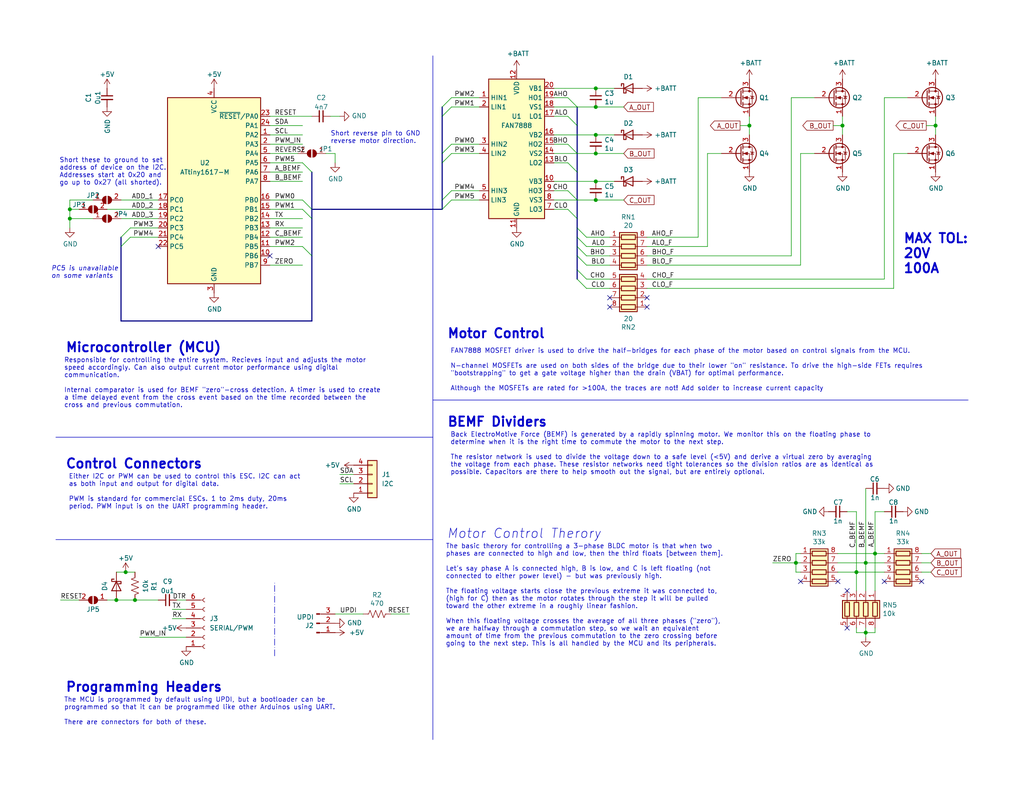
<source format=kicad_sch>
(kicad_sch (version 20230121) (generator eeschema)
  (paper "USLetter")
  (title_block (title "Sensorless BLDC ESC V4") (date "2021-06-28") (rev "4") (company "Savo Bajic") (comment 2 "Controlled primarily by I2C but can run with PWM") (comment 3 "Designed for 10 to 20V input, current up to 100A") (comment 4 "ATtiny1617 based BEMF ESC for BLDC"))
  (lib_symbols
    (symbol "Connector:Conn_01x03_Pin" (pin_names (offset 1.016) hide)
      (property "Reference" "J" (at 0 5.08 0))
      (property "Value" "Conn_01x03_Pin" (at 0 -5.08 0))
      (symbol "Conn_01x03_Pin_1_1"
        (polyline (pts (xy 1.27 -2.54) (xy 0.8636 -2.54)) (stroke (width 0.1524)))
        (polyline (pts (xy 1.27 0) (xy 0.8636 0)) (stroke (width 0.1524)))
        (polyline (pts (xy 1.27 2.54) (xy 0.8636 2.54)) (stroke (width 0.1524)))
        (rectangle (start 0.8636 -2.413) (end 0 -2.667) (stroke (width 0.1524)) (fill (type outline)))
        (rectangle (start 0.8636 0.127) (end 0 -0.127) (stroke (width 0.1524)) (fill (type outline)))
        (rectangle (start 0.8636 2.667) (end 0 2.413) (stroke (width 0.1524)) (fill (type outline)))
        (pin passive line (at 5.08 2.54 180) (length 3.81) (name "Pin_1") (number "1"))
        (pin passive line (at 5.08 0 180) (length 3.81) (name "Pin_2") (number "2"))
        (pin passive line (at 5.08 -2.54 180) (length 3.81) (name "Pin_3") (number "3"))
      )
    )
    (symbol "Connector:Conn_01x06_Socket" (pin_names (offset 1.016) hide)
      (property "Reference" "J" (at 0 7.62 0))
      (property "Value" "Conn_01x06_Socket" (at 0 -10.16 0))
      (symbol "Conn_01x06_Socket_1_1"
        (arc (start 0 -7.112) (mid -0.5058 -7.62) (end 0 -8.128) (stroke (width 0.1524)))
        (arc (start 0 -4.572) (mid -0.5058 -5.08) (end 0 -5.588) (stroke (width 0.1524)))
        (arc (start 0 -2.032) (mid -0.5058 -2.54) (end 0 -3.048) (stroke (width 0.1524)))
        (polyline (pts (xy -1.27 -7.62) (xy -0.508 -7.62)) (stroke (width 0.1524)))
        (polyline (pts (xy -1.27 -5.08) (xy -0.508 -5.08)) (stroke (width 0.1524)))
        (polyline (pts (xy -1.27 -2.54) (xy -0.508 -2.54)) (stroke (width 0.1524)))
        (polyline (pts (xy -1.27 0) (xy -0.508 0)) (stroke (width 0.1524)))
        (polyline (pts (xy -1.27 2.54) (xy -0.508 2.54)) (stroke (width 0.1524)))
        (polyline (pts (xy -1.27 5.08) (xy -0.508 5.08)) (stroke (width 0.1524)))
        (arc (start 0 0.508) (mid -0.5058 0) (end 0 -0.508) (stroke (width 0.1524)))
        (arc (start 0 3.048) (mid -0.5058 2.54) (end 0 2.032) (stroke (width 0.1524)))
        (arc (start 0 5.588) (mid -0.5058 5.08) (end 0 4.572) (stroke (width 0.1524)))
        (pin passive line (at -5.08 5.08 0) (length 3.81) (name "Pin_1") (number "1"))
        (pin passive line (at -5.08 2.54 0) (length 3.81) (name "Pin_2") (number "2"))
        (pin passive line (at -5.08 0 0) (length 3.81) (name "Pin_3") (number "3"))
        (pin passive line (at -5.08 -2.54 0) (length 3.81) (name "Pin_4") (number "4"))
        (pin passive line (at -5.08 -5.08 0) (length 3.81) (name "Pin_5") (number "5"))
        (pin passive line (at -5.08 -7.62 0) (length 3.81) (name "Pin_6") (number "6"))
      )
    )
    (symbol "Connector_Generic:Conn_01x04" (pin_names (offset 1.016) hide)
      (property "Reference" "J" (at 0 5.08 0))
      (property "Value" "Conn_01x04" (at 0 -7.62 0))
      (symbol "Conn_01x04_1_1"
        (rectangle (start -1.27 -4.953) (end 0 -5.207) (stroke (width 0.1524)))
        (rectangle (start -1.27 -2.413) (end 0 -2.667) (stroke (width 0.1524)))
        (rectangle (start -1.27 0.127) (end 0 -0.127) (stroke (width 0.1524)))
        (rectangle (start -1.27 2.667) (end 0 2.413) (stroke (width 0.1524)))
        (rectangle (start -1.27 3.81) (end 1.27 -6.35) (stroke (width 0.254)) (fill (type background)))
        (pin passive line (at -5.08 2.54 0) (length 3.81) (name "Pin_1") (number "1"))
        (pin passive line (at -5.08 0 0) (length 3.81) (name "Pin_2") (number "2"))
        (pin passive line (at -5.08 -2.54 0) (length 3.81) (name "Pin_3") (number "3"))
        (pin passive line (at -5.08 -5.08 0) (length 3.81) (name "Pin_4") (number "4"))
      )
    )
    (symbol "Device:C_Small" (pin_numbers hide) (pin_names (offset 0.254) hide)
      (property "Reference" "C" (at 0.254 1.778 0))
      (property "Value" "C_Small" (at 0.254 -2.032 0))
      (symbol "C_Small_0_1"
        (polyline (pts (xy -1.524 -0.508) (xy 1.524 -0.508)) (stroke (width 0.3302)))
        (polyline (pts (xy -1.524 0.508) (xy 1.524 0.508)) (stroke (width 0.3048)))
      )
      (symbol "C_Small_1_1"
        (pin passive line (at 0 2.54 270) (length 2.032) (name "~") (number "1"))
        (pin passive line (at 0 -2.54 90) (length 2.032) (name "~") (number "2"))
      )
    )
    (symbol "Device:D_Schottky" (pin_numbers hide) (pin_names (offset 1.016) hide)
      (property "Reference" "D" (at 0 2.54 0))
      (property "Value" "D_Schottky" (at 0 -2.54 0))
      (symbol "D_Schottky_0_1"
        (polyline (pts (xy 1.27 0) (xy -1.27 0)))
        (polyline (pts (xy 1.27 1.27) (xy 1.27 -1.27) (xy -1.27 0) (xy 1.27 1.27)) (stroke (width 0.254)))
        (polyline (pts (xy -1.905 0.635) (xy -1.905 1.27) (xy -1.27 1.27) (xy -1.27 -1.27) (xy -0.635 -1.27) (xy -0.635 -0.635)) (stroke (width 0.254)))
      )
      (symbol "D_Schottky_1_1"
        (pin passive line (at -3.81 0 0) (length 2.54) (name "K") (number "1"))
        (pin passive line (at 3.81 0 180) (length 2.54) (name "A") (number "2"))
      )
    )
    (symbol "Device:Q_NMOS_SGD" (pin_names (offset 0) hide)
      (property "Reference" "Q" (at 5.08 1.27 0))
      (property "Value" "Q_NMOS_SGD" (at 5.08 -1.27 0))
      (symbol "Q_NMOS_SGD_0_1"
        (polyline (pts (xy 0.254 0) (xy -2.54 0)))
        (polyline (pts (xy 0.254 1.905) (xy 0.254 -1.905)) (stroke (width 0.254)))
        (polyline (pts (xy 0.762 -1.27) (xy 0.762 -2.286)) (stroke (width 0.254)))
        (polyline (pts (xy 0.762 0.508) (xy 0.762 -0.508)) (stroke (width 0.254)))
        (polyline (pts (xy 0.762 2.286) (xy 0.762 1.27)) (stroke (width 0.254)))
        (polyline (pts (xy 2.54 2.54) (xy 2.54 1.778)))
        (polyline (pts (xy 2.54 -2.54) (xy 2.54 0) (xy 0.762 0)))
        (polyline (pts (xy 0.762 -1.778) (xy 3.302 -1.778) (xy 3.302 1.778) (xy 0.762 1.778)))
        (polyline (pts (xy 1.016 0) (xy 2.032 0.381) (xy 2.032 -0.381) (xy 1.016 0)) (fill (type outline)))
        (polyline (pts (xy 2.794 0.508) (xy 2.921 0.381) (xy 3.683 0.381) (xy 3.81 0.254)))
        (polyline (pts (xy 3.302 0.381) (xy 2.921 -0.254) (xy 3.683 -0.254) (xy 3.302 0.381)))
        (circle (center 1.651 0) (radius 2.794) (stroke (width 0.254)))
        (circle (center 2.54 -1.778) (radius 0.254) (fill (type outline)))
        (circle (center 2.54 1.778) (radius 0.254) (fill (type outline)))
      )
      (symbol "Q_NMOS_SGD_1_1"
        (pin passive line (at 2.54 -5.08 90) (length 2.54) (name "S") (number "1"))
        (pin input line (at -5.08 0 0) (length 5.08) (name "G") (number "2"))
        (pin passive line (at 2.54 5.08 270) (length 2.54) (name "D") (number "3"))
      )
    )
    (symbol "Device:R_Pack04" (pin_names (offset 0) hide)
      (property "Reference" "RN" (at -7.62 0 90))
      (property "Value" "R_Pack04" (at 5.08 0 90))
      (symbol "R_Pack04_0_1"
        (rectangle (start -6.35 -2.413) (end 3.81 2.413) (stroke (width 0.254)) (fill (type background)))
        (rectangle (start -5.715 1.905) (end -4.445 -1.905) (stroke (width 0.254)))
        (rectangle (start -3.175 1.905) (end -1.905 -1.905) (stroke (width 0.254)))
        (rectangle (start -0.635 1.905) (end 0.635 -1.905) (stroke (width 0.254)))
        (polyline (pts (xy -5.08 -2.54) (xy -5.08 -1.905)))
        (polyline (pts (xy -5.08 1.905) (xy -5.08 2.54)))
        (polyline (pts (xy -2.54 -2.54) (xy -2.54 -1.905)))
        (polyline (pts (xy -2.54 1.905) (xy -2.54 2.54)))
        (polyline (pts (xy 0 -2.54) (xy 0 -1.905)))
        (polyline (pts (xy 0 1.905) (xy 0 2.54)))
        (polyline (pts (xy 2.54 -2.54) (xy 2.54 -1.905)))
        (polyline (pts (xy 2.54 1.905) (xy 2.54 2.54)))
        (rectangle (start 1.905 1.905) (end 3.175 -1.905) (stroke (width 0.254)))
      )
      (symbol "R_Pack04_1_1"
        (pin passive line (at -5.08 -5.08 90) (length 2.54) (name "R1.1") (number "1"))
        (pin passive line (at -2.54 -5.08 90) (length 2.54) (name "R2.1") (number "2"))
        (pin passive line (at 0 -5.08 90) (length 2.54) (name "R3.1") (number "3"))
        (pin passive line (at 2.54 -5.08 90) (length 2.54) (name "R4.1") (number "4"))
        (pin passive line (at 2.54 5.08 270) (length 2.54) (name "R4.2") (number "5"))
        (pin passive line (at 0 5.08 270) (length 2.54) (name "R3.2") (number "6"))
        (pin passive line (at -2.54 5.08 270) (length 2.54) (name "R2.2") (number "7"))
        (pin passive line (at -5.08 5.08 270) (length 2.54) (name "R1.2") (number "8"))
      )
    )
    (symbol "Device:R_US" (pin_numbers hide) (pin_names (offset 0))
      (property "Reference" "R" (at 2.54 0 90))
      (property "Value" "R_US" (at -2.54 0 90))
      (symbol "R_US_0_1"
        (polyline (pts (xy 0 -2.286) (xy 0 -2.54)))
        (polyline (pts (xy 0 2.286) (xy 0 2.54)))
        (polyline (pts (xy 0 -0.762) (xy 1.016 -1.143) (xy 0 -1.524) (xy -1.016 -1.905) (xy 0 -2.286)))
        (polyline (pts (xy 0 0.762) (xy 1.016 0.381) (xy 0 0) (xy -1.016 -0.381) (xy 0 -0.762)))
        (polyline (pts (xy 0 2.286) (xy 1.016 1.905) (xy 0 1.524) (xy -1.016 1.143) (xy 0 0.762)))
      )
      (symbol "R_US_1_1"
        (pin passive line (at 0 3.81 270) (length 1.27) (name "~") (number "1"))
        (pin passive line (at 0 -3.81 90) (length 1.27) (name "~") (number "2"))
      )
    )
    (symbol "Driver_FET:FAN7888"
      (property "Reference" "U" (at -2.54 24.13 0))
      (property "Value" "FAN7888" (at -2.54 21.59 0))
      (symbol "FAN7888_0_1"
        (rectangle (start -7.62 20.32) (end 7.62 -17.78) (stroke (width 0.254)) (fill (type background)))
      )
      (symbol "FAN7888_1_1"
        (pin input line (at -10.16 15.24 0) (length 2.54) (name "HIN1") (number "1"))
        (pin passive line (at 10.16 -7.62 180) (length 2.54) (name "VB3") (number "10"))
        (pin power_in line (at 0 -20.32 90) (length 2.54) (name "GND") (number "11"))
        (pin power_in line (at 0 22.86 270) (length 2.54) (name "VDD") (number "12"))
        (pin output line (at 10.16 -2.54 180) (length 2.54) (name "LO2") (number "13"))
        (pin passive line (at 10.16 0 180) (length 2.54) (name "VS2") (number "14"))
        (pin output line (at 10.16 2.54 180) (length 2.54) (name "HO2") (number "15"))
        (pin passive line (at 10.16 5.08 180) (length 2.54) (name "VB2") (number "16"))
        (pin output line (at 10.16 10.16 180) (length 2.54) (name "LO1") (number "17"))
        (pin passive line (at 10.16 12.7 180) (length 2.54) (name "VS1") (number "18"))
        (pin output line (at 10.16 15.24 180) (length 2.54) (name "HO1") (number "19"))
        (pin input line (at -10.16 12.7 0) (length 2.54) (name "LIN1") (number "2"))
        (pin passive line (at 10.16 17.78 180) (length 2.54) (name "VB1") (number "20"))
        (pin input line (at -10.16 2.54 0) (length 2.54) (name "HIN2") (number "3"))
        (pin input line (at -10.16 0 0) (length 2.54) (name "LIN2") (number "4"))
        (pin input line (at -10.16 -10.16 0) (length 2.54) (name "HIN3") (number "5"))
        (pin input line (at -10.16 -12.7 0) (length 2.54) (name "LIN3") (number "6"))
        (pin output line (at 10.16 -15.24 180) (length 2.54) (name "LO3") (number "7"))
        (pin passive line (at 10.16 -12.7 180) (length 2.54) (name "VS3") (number "8"))
        (pin output line (at 10.16 -10.16 180) (length 2.54) (name "HO3") (number "9"))
      )
    )
    (symbol "Jumper:SolderJumper_2_Open" (pin_names (offset 0) hide)
      (property "Reference" "JP" (at 0 2.032 0))
      (property "Value" "SolderJumper_2_Open" (at 0 -2.54 0))
      (symbol "SolderJumper_2_Open_0_1"
        (arc (start -0.254 1.016) (mid -1.2656 0) (end -0.254 -1.016))
        (arc (start -0.254 1.016) (mid -1.2656 0) (end -0.254 -1.016) (fill (type outline)))
        (polyline (pts (xy -0.254 1.016) (xy -0.254 -1.016)))
        (polyline (pts (xy 0.254 1.016) (xy 0.254 -1.016)))
        (arc (start 0.254 -1.016) (mid 1.2656 0) (end 0.254 1.016))
        (arc (start 0.254 -1.016) (mid 1.2656 0) (end 0.254 1.016) (fill (type outline)))
      )
      (symbol "SolderJumper_2_Open_1_1"
        (pin passive line (at -3.81 0 0) (length 2.54) (name "A") (number "1"))
        (pin passive line (at 3.81 0 180) (length 2.54) (name "B") (number "2"))
      )
    )
    (symbol "MCU_Microchip_ATtiny:ATtiny1617-M"
      (property "Reference" "U" (at -12.7 26.67 0))
      (property "Value" "ATtiny1617-M" (at 2.54 -26.67 0))
      (symbol "ATtiny1617-M_0_1"
        (rectangle (start -12.7 -25.4) (end 12.7 25.4) (stroke (width 0.254)) (fill (type background)))
      )
      (symbol "ATtiny1617-M_1_1"
        (pin bidirectional line (at 15.24 15.24 180) (length 2.54) (name "PA2") (number "1"))
        (pin bidirectional line (at 15.24 -17.78 180) (length 2.54) (name "PB6") (number "10"))
        (pin bidirectional line (at 15.24 -15.24 180) (length 2.54) (name "PB5") (number "11"))
        (pin bidirectional line (at 15.24 -12.7 180) (length 2.54) (name "PB4") (number "12"))
        (pin bidirectional line (at 15.24 -10.16 180) (length 2.54) (name "PB3") (number "13"))
        (pin bidirectional line (at 15.24 -7.62 180) (length 2.54) (name "PB2") (number "14"))
        (pin bidirectional line (at 15.24 -5.08 180) (length 2.54) (name "PB1") (number "15"))
        (pin bidirectional line (at 15.24 -2.54 180) (length 2.54) (name "PB0") (number "16"))
        (pin bidirectional line (at -15.24 -2.54 0) (length 2.54) (name "PC0") (number "17"))
        (pin bidirectional line (at -15.24 -5.08 0) (length 2.54) (name "PC1") (number "18"))
        (pin bidirectional line (at -15.24 -7.62 0) (length 2.54) (name "PC2") (number "19"))
        (pin bidirectional line (at 15.24 12.7 180) (length 2.54) (name "PA3") (number "2"))
        (pin bidirectional line (at -15.24 -10.16 0) (length 2.54) (name "PC3") (number "20"))
        (pin bidirectional line (at -15.24 -12.7 0) (length 2.54) (name "PC4") (number "21"))
        (pin bidirectional line (at -15.24 -15.24 0) (length 2.54) (name "PC5") (number "22"))
        (pin bidirectional line (at 15.24 20.32 180) (length 2.54) (name "~{RESET}/PA0") (number "23"))
        (pin bidirectional line (at 15.24 17.78 180) (length 2.54) (name "PA1") (number "24"))
        (pin passive line (at 0 -27.94 90) (length 2.54) hide (name "GND") (number "25"))
        (pin power_in line (at 0 -27.94 90) (length 2.54) (name "GND") (number "3"))
        (pin power_in line (at 0 27.94 270) (length 2.54) (name "VCC") (number "4"))
        (pin bidirectional line (at 15.24 10.16 180) (length 2.54) (name "PA4") (number "5"))
        (pin bidirectional line (at 15.24 7.62 180) (length 2.54) (name "PA5") (number "6"))
        (pin bidirectional line (at 15.24 5.08 180) (length 2.54) (name "PA6") (number "7"))
        (pin bidirectional line (at 15.24 2.54 180) (length 2.54) (name "PA7") (number "8"))
        (pin bidirectional line (at 15.24 -20.32 180) (length 2.54) (name "PB7") (number "9"))
      )
    )
    (symbol "power:+5V" (power) (pin_names (offset 0))
      (property "Value" "+5V" (at 0 3.556 0))
      (symbol "+5V_0_1"
        (polyline (pts (xy -0.762 1.27) (xy 0 2.54)))
        (polyline (pts (xy 0 0) (xy 0 2.54)))
        (polyline (pts (xy 0 2.54) (xy 0.762 1.27)))
      )
      (symbol "+5V_1_1"
        (pin power_in line (at 0 0 90) (length 0) hide (name "+5V") (number "1"))
      )
    )
    (symbol "power:+BATT" (power) (pin_names (offset 0))
      (property "Value" "+BATT" (at 0 3.556 0))
      (symbol "+BATT_0_1"
        (polyline (pts (xy -0.762 1.27) (xy 0 2.54)))
        (polyline (pts (xy 0 0) (xy 0 2.54)))
        (polyline (pts (xy 0 2.54) (xy 0.762 1.27)))
      )
      (symbol "+BATT_1_1"
        (pin power_in line (at 0 0 90) (length 0) hide (name "+BATT") (number "1"))
      )
    )
    (symbol "power:GND" (power) (pin_names (offset 0))
      (property "Value" "GND" (at 0 -3.81 0))
      (symbol "GND_0_1"
        (polyline (pts (xy 0 0) (xy 0 -1.27) (xy 1.27 -1.27) (xy 0 -2.54) (xy -1.27 -1.27) (xy 0 -1.27)))
      )
      (symbol "GND_1_1"
        (pin power_in line (at 0 0 270) (length 0) hide (name "GND") (number "1"))
      )
    )
  )
  (junction (at 238.76 151.13))
  (junction (at 34.29 156.21))
  (junction (at 162.56 49.53))
  (junction (at 36.83 163.83))
  (junction (at 255.27 34.29))
  (junction (at 162.56 41.91))
  (junction (at 31.75 163.83))
  (junction (at 19.05 59.69))
  (junction (at 236.22 172.72))
  (junction (at 217.17 153.67))
  (junction (at 162.56 29.21))
  (junction (at 19.05 57.15))
  (junction (at 204.47 34.29))
  (junction (at 236.22 153.67))
  (junction (at 229.87 34.29))
  (junction (at 233.68 156.21))
  (junction (at 162.56 24.13))
  (junction (at 162.56 36.83))
  (junction (at 162.56 54.61))
  (no_connect (at 176.53 81.28))
  (no_connect (at 43.18 67.31))
  (no_connect (at 73.66 69.85))
  (no_connect (at 231.14 161.29))
  (no_connect (at 218.44 158.75))
  (no_connect (at 166.37 81.28))
  (no_connect (at 228.6 158.75))
  (no_connect (at 251.46 158.75))
  (no_connect (at 241.3 158.75))
  (no_connect (at 231.14 171.45))
  (no_connect (at 176.53 83.82))
  (no_connect (at 166.37 83.82))
  (bus_entry (at 123.19 54.61) (size -2.54 2.54))
  (bus_entry (at 123.19 26.67) (size -2.54 2.54))
  (bus_entry (at 157.48 73.66) (size 2.54 2.54))
  (bus_entry (at 123.19 41.91) (size -2.54 2.54))
  (bus_entry (at 82.55 54.61) (size 2.54 2.54))
  (bus_entry (at 82.55 57.15) (size 2.54 2.54))
  (bus_entry (at 154.94 39.37) (size 2.54 2.54))
  (bus_entry (at 154.94 57.15) (size 2.54 2.54))
  (bus_entry (at 154.94 26.67) (size 2.54 2.54))
  (bus_entry (at 157.48 76.2) (size 2.54 2.54))
  (bus_entry (at 157.48 62.23) (size 2.54 2.54))
  (bus_entry (at 123.19 39.37) (size -2.54 2.54))
  (bus_entry (at 123.19 29.21) (size -2.54 2.54))
  (bus_entry (at 157.48 64.77) (size 2.54 2.54))
  (bus_entry (at 123.19 52.07) (size -2.54 2.54))
  (bus_entry (at 154.94 52.07) (size 2.54 2.54))
  (bus_entry (at 157.48 69.85) (size 2.54 2.54))
  (bus_entry (at 157.48 67.31) (size 2.54 2.54))
  (bus_entry (at 35.56 62.23) (size -2.54 2.54))
  (bus_entry (at 82.55 44.45) (size 2.54 2.54))
  (bus_entry (at 154.94 44.45) (size 2.54 2.54))
  (bus_entry (at 154.94 31.75) (size 2.54 2.54))
  (bus_entry (at 35.56 64.77) (size -2.54 2.54))
  (bus_entry (at 82.55 67.31) (size 2.54 2.54))
  (wire (pts (xy 29.21 57.15) (xy 43.18 57.15)))
  (wire (pts (xy 35.56 62.23) (xy 43.18 62.23)))
  (wire (pts (xy 162.56 36.83) (xy 167.64 36.83)))
  (bus (pts (xy 157.48 46.99) (xy 157.48 54.61)))
  (wire (pts (xy 151.13 49.53) (xy 162.56 49.53)))
  (wire (pts (xy 38.1 173.99) (xy 50.8 173.99)))
  (wire (pts (xy 238.76 139.7) (xy 241.3 139.7)))
  (wire (pts (xy 162.56 41.91) (xy 170.18 41.91)))
  (wire (pts (xy 236.22 172.72) (xy 238.76 172.72)))
  (bus (pts (xy 157.48 41.91) (xy 157.48 46.99)))
  (wire (pts (xy 157.48 29.21) (xy 162.56 29.21)))
  (wire (pts (xy 157.48 41.91) (xy 162.56 41.91)))
  (wire (pts (xy 210.82 153.67) (xy 217.17 153.67)))
  (bus (pts (xy 157.48 29.21) (xy 157.48 34.29)))
  (wire (pts (xy 91.44 44.45) (xy 91.44 41.91)))
  (wire (pts (xy 241.3 26.67) (xy 241.3 76.2)))
  (wire (pts (xy 167.64 24.13) (xy 162.56 24.13)))
  (wire (pts (xy 238.76 161.29) (xy 238.76 151.13)))
  (wire (pts (xy 228.6 151.13) (xy 238.76 151.13)))
  (wire (pts (xy 236.22 153.67) (xy 241.3 153.67)))
  (wire (pts (xy 123.19 29.21) (xy 130.81 29.21)))
  (wire (pts (xy 238.76 151.13) (xy 241.3 151.13)))
  (wire (pts (xy 255.27 31.75) (xy 255.27 34.29)))
  (wire (pts (xy 82.55 49.53) (xy 73.66 49.53)))
  (wire (pts (xy 81.28 41.91) (xy 73.66 41.91)))
  (wire (pts (xy 151.13 52.07) (xy 154.94 52.07)))
  (wire (pts (xy 167.64 49.53) (xy 162.56 49.53)))
  (wire (pts (xy 151.13 41.91) (xy 157.48 41.91)))
  (polyline (pts (xy 118.11 15.24) (xy 118.11 201.93)))
  (wire (pts (xy 204.47 31.75) (xy 204.47 34.29)))
  (wire (pts (xy 241.3 76.2) (xy 176.53 76.2)))
  (wire (pts (xy 176.53 78.74) (xy 243.84 78.74)))
  (wire (pts (xy 160.02 72.39) (xy 166.37 72.39)))
  (bus (pts (xy 33.02 87.63) (xy 85.09 87.63)))
  (polyline (pts (xy 74.93 179.07) (xy 74.93 158.75)) (stroke (width 0) (type dash_dot)))
  (wire (pts (xy 236.22 153.67) (xy 236.22 161.29)))
  (wire (pts (xy 190.5 64.77) (xy 190.5 26.67)))
  (wire (pts (xy 154.94 39.37) (xy 151.13 39.37)))
  (wire (pts (xy 82.55 46.99) (xy 73.66 46.99)))
  (wire (pts (xy 154.94 26.67) (xy 151.13 26.67)))
  (bus (pts (xy 157.48 34.29) (xy 157.48 41.91)))
  (wire (pts (xy 21.59 163.83) (xy 16.51 163.83)))
  (wire (pts (xy 241.3 26.67) (xy 247.65 26.67)))
  (wire (pts (xy 35.56 64.77) (xy 43.18 64.77)))
  (wire (pts (xy 82.55 34.29) (xy 73.66 34.29)))
  (wire (pts (xy 46.99 166.37) (xy 50.8 166.37)))
  (wire (pts (xy 160.02 67.31) (xy 166.37 67.31)))
  (wire (pts (xy 215.9 69.85) (xy 176.53 69.85)))
  (wire (pts (xy 123.19 39.37) (xy 130.81 39.37)))
  (wire (pts (xy 31.75 163.83) (xy 29.21 163.83)))
  (bus (pts (xy 85.09 57.15) (xy 85.09 59.69)))
  (bus (pts (xy 120.65 54.61) (xy 120.65 57.15)))
  (wire (pts (xy 176.53 64.77) (xy 190.5 64.77)))
  (bus (pts (xy 85.09 57.15) (xy 85.09 46.99)))
  (bus (pts (xy 120.65 44.45) (xy 120.65 54.61)))
  (polyline (pts (xy 15.24 147.32) (xy 118.11 147.32)))
  (wire (pts (xy 21.59 57.15) (xy 19.05 57.15)))
  (wire (pts (xy 123.19 52.07) (xy 130.81 52.07)))
  (wire (pts (xy 160.02 69.85) (xy 166.37 69.85)))
  (wire (pts (xy 227.33 34.29) (xy 229.87 34.29)))
  (bus (pts (xy 120.65 31.75) (xy 120.65 41.91)))
  (wire (pts (xy 73.66 31.75) (xy 85.09 31.75)))
  (wire (pts (xy 73.66 72.39) (xy 82.55 72.39)))
  (wire (pts (xy 217.17 151.13) (xy 218.44 151.13)))
  (wire (pts (xy 82.55 64.77) (xy 73.66 64.77)))
  (wire (pts (xy 82.55 59.69) (xy 73.66 59.69)))
  (wire (pts (xy 193.04 67.31) (xy 176.53 67.31)))
  (wire (pts (xy 193.04 41.91) (xy 193.04 67.31)))
  (wire (pts (xy 99.06 167.64) (xy 91.44 167.64)))
  (wire (pts (xy 154.94 31.75) (xy 151.13 31.75)))
  (wire (pts (xy 243.84 41.91) (xy 247.65 41.91)))
  (bus (pts (xy 33.02 64.77) (xy 33.02 67.31)))
  (wire (pts (xy 25.4 59.69) (xy 19.05 59.69)))
  (wire (pts (xy 193.04 41.91) (xy 196.85 41.91)))
  (bus (pts (xy 120.65 29.21) (xy 120.65 31.75)))
  (wire (pts (xy 233.68 156.21) (xy 241.3 156.21)))
  (wire (pts (xy 236.22 133.35) (xy 236.22 153.67)))
  (bus (pts (xy 157.48 62.23) (xy 157.48 64.77)))
  (wire (pts (xy 217.17 153.67) (xy 217.17 151.13)))
  (wire (pts (xy 123.19 41.91) (xy 130.81 41.91)))
  (wire (pts (xy 238.76 172.72) (xy 238.76 171.45)))
  (wire (pts (xy 160.02 78.74) (xy 166.37 78.74)))
  (wire (pts (xy 218.44 153.67) (xy 217.17 153.67)))
  (wire (pts (xy 19.05 57.15) (xy 19.05 54.61)))
  (wire (pts (xy 233.68 172.72) (xy 233.68 171.45)))
  (wire (pts (xy 151.13 24.13) (xy 162.56 24.13)))
  (wire (pts (xy 82.55 36.83) (xy 73.66 36.83)))
  (wire (pts (xy 50.8 163.83) (xy 48.26 163.83)))
  (wire (pts (xy 123.19 54.61) (xy 130.81 54.61)))
  (wire (pts (xy 217.17 153.67) (xy 217.17 156.21)))
  (wire (pts (xy 92.71 129.54) (xy 96.52 129.54)))
  (bus (pts (xy 85.09 59.69) (xy 85.09 69.85)))
  (wire (pts (xy 229.87 34.29) (xy 229.87 36.83)))
  (wire (pts (xy 90.17 31.75) (xy 92.71 31.75)))
  (wire (pts (xy 233.68 139.7) (xy 233.68 156.21)))
  (bus (pts (xy 85.09 69.85) (xy 85.09 87.63)))
  (wire (pts (xy 252.73 34.29) (xy 255.27 34.29)))
  (wire (pts (xy 43.18 163.83) (xy 36.83 163.83)))
  (wire (pts (xy 82.55 62.23) (xy 73.66 62.23)))
  (wire (pts (xy 160.02 64.77) (xy 166.37 64.77)))
  (wire (pts (xy 201.93 34.29) (xy 204.47 34.29)))
  (wire (pts (xy 218.44 72.39) (xy 218.44 41.91)))
  (wire (pts (xy 251.46 151.13) (xy 254 151.13)))
  (wire (pts (xy 19.05 59.69) (xy 19.05 57.15)))
  (wire (pts (xy 33.02 59.69) (xy 43.18 59.69)))
  (wire (pts (xy 228.6 156.21) (xy 233.68 156.21)))
  (wire (pts (xy 151.13 36.83) (xy 162.56 36.83)))
  (wire (pts (xy 162.56 54.61) (xy 170.18 54.61)))
  (wire (pts (xy 236.22 172.72) (xy 236.22 171.45)))
  (wire (pts (xy 111.76 167.64) (xy 106.68 167.64)))
  (wire (pts (xy 151.13 54.61) (xy 157.48 54.61)))
  (bus (pts (xy 33.02 67.31) (xy 33.02 87.63)))
  (wire (pts (xy 36.83 163.83) (xy 31.75 163.83)))
  (bus (pts (xy 157.48 59.69) (xy 157.48 62.23)))
  (wire (pts (xy 217.17 156.21) (xy 218.44 156.21)))
  (wire (pts (xy 228.6 153.67) (xy 236.22 153.67)))
  (wire (pts (xy 162.56 29.21) (xy 170.18 29.21)))
  (wire (pts (xy 255.27 34.29) (xy 255.27 36.83)))
  (wire (pts (xy 31.75 156.21) (xy 34.29 156.21)))
  (polyline (pts (xy 15.24 119.38) (xy 118.11 119.38)))
  (wire (pts (xy 236.22 173.99) (xy 236.22 172.72)))
  (wire (pts (xy 82.55 54.61) (xy 73.66 54.61)))
  (wire (pts (xy 215.9 26.67) (xy 215.9 69.85)))
  (wire (pts (xy 218.44 41.91) (xy 222.25 41.91)))
  (wire (pts (xy 190.5 26.67) (xy 196.85 26.67)))
  (wire (pts (xy 243.84 78.74) (xy 243.84 41.91)))
  (wire (pts (xy 204.47 34.29) (xy 204.47 36.83)))
  (wire (pts (xy 82.55 67.31) (xy 73.66 67.31)))
  (bus (pts (xy 85.09 57.15) (xy 120.65 57.15)))
  (wire (pts (xy 233.68 161.29) (xy 233.68 156.21)))
  (bus (pts (xy 157.48 54.61) (xy 157.48 59.69)))
  (wire (pts (xy 215.9 26.67) (xy 222.25 26.67)))
  (wire (pts (xy 151.13 29.21) (xy 157.48 29.21)))
  (wire (pts (xy 91.44 41.91) (xy 88.9 41.91)))
  (wire (pts (xy 157.48 54.61) (xy 162.56 54.61)))
  (wire (pts (xy 82.55 39.37) (xy 73.66 39.37)))
  (bus (pts (xy 157.48 73.66) (xy 157.48 76.2)))
  (wire (pts (xy 231.14 139.7) (xy 233.68 139.7)))
  (wire (pts (xy 34.29 156.21) (xy 36.83 156.21)))
  (wire (pts (xy 238.76 139.7) (xy 238.76 151.13)))
  (wire (pts (xy 46.99 168.91) (xy 50.8 168.91)))
  (wire (pts (xy 82.55 44.45) (xy 73.66 44.45)))
  (wire (pts (xy 176.53 72.39) (xy 218.44 72.39)))
  (wire (pts (xy 229.87 31.75) (xy 229.87 34.29)))
  (wire (pts (xy 154.94 44.45) (xy 151.13 44.45)))
  (wire (pts (xy 160.02 76.2) (xy 166.37 76.2)))
  (wire (pts (xy 251.46 153.67) (xy 254 153.67)))
  (wire (pts (xy 92.71 132.08) (xy 96.52 132.08)))
  (wire (pts (xy 251.46 156.21) (xy 254 156.21)))
  (wire (pts (xy 154.94 57.15) (xy 151.13 57.15)))
  (wire (pts (xy 82.55 57.15) (xy 73.66 57.15)))
  (bus (pts (xy 120.65 41.91) (xy 120.65 44.45)))
  (bus (pts (xy 157.48 69.85) (xy 157.48 73.66)))
  (wire (pts (xy 236.22 172.72) (xy 233.68 172.72)))
  (wire (pts (xy 19.05 54.61) (xy 25.4 54.61)))
  (wire (pts (xy 123.19 26.67) (xy 130.81 26.67)))
  (polyline (pts (xy 118.11 109.22) (xy 264.16 109.22)))
  (wire (pts (xy 19.05 62.23) (xy 19.05 59.69)))
  (wire (pts (xy 33.02 54.61) (xy 43.18 54.61)))
  (bus (pts (xy 157.48 67.31) (xy 157.48 69.85)))
  (bus (pts (xy 157.48 64.77) (xy 157.48 67.31)))
  (text_box "Back ElectroMotive Force (BEMF) is generated by a rapidly spinning motor. We monitor this on the floating phase to determine when it is the right time to commute the motor to the next step.\n\nThe resistor network is used to divide the voltage down to a safe level (<5V) and derive a virtual zero by averaging the voltage from each phase. These resistor networks need tight tolerances so the division ratios are as identical as possible. Capacitors are there to help smooth out the signal, but are entirely optional." (at 121.92 116.84 0) (size 118.11 15.24) (stroke (width -0.0001)) (effects (font (size 1.27 1.27)) (justify left top)))
  (text_box "The basic therory for controlling a 3-phase BLDC motor is that when two phases are connected to high and low, then the third floats [between them].\n\nLet's say phase A is connected high, B is low, and C is left floating (not connected to either power level) - but was previously high.\n\nThe floating voltage starts close the previous extreme it was connected to, \n(high for C) then as the motor rotates through the step it will be pulled toward the other extreme in a roughly linear fashion.\n\nWhen this floating voltage crosses the average of all three phases (\"zero\"), we are halfway through a commutation step, so we wait an equivalent amount of time from the previous commutation to the zero crossing before going to the next step. This is all handled by the MCU and its peripherals." (at 120.65 147.32 0) (size 78.74 30.48) (stroke (width -0.0001)) (effects (font (size 1.27 1.27)) (justify left top)))
  (text_box "FAN7888 MOSFET driver is used to drive the half-bridges for each phase of the motor based on control signals from the MCU.\n\nN-channel MOSFETs are used on both sides of the bridge due to their lower \"on\" resistance. To drive the high-side FETs requires \"bootstrapping\" to get a gate voltage higher than the drain (VBAT) for optimal performance.\n\nAlthough the MOSFETs are rated for >100A, the traces are not! Add solder to increase current capacity" (at 121.92 93.98 0) (size 142.24 12.7) (stroke (width -0.0001)) (effects (font (size 1.27 1.27)) (justify left top)))
  (text_box "Either I2C or PWM can be used to control this ESC. I2C can act as both input and output for digital data.\n\nPWM is standard for commercial ESCs. 1 to 2ms duty, 20ms period. PWM input is on the UART programming header." (at 17.78 128.27 0) (size 67.31 13.97) (stroke (width -0.0001)) (effects (font (size 1.27 1.27)) (justify left top)))
  (text_box "The MCU is programmed by default using UPDI, but a bootloader can be programmed so that it can be programmed like other Arduinos using UART.\n\nThere are connectors for both of these." (at 16.51 189.23 0) (size 76.2 11.43) (stroke (width -0.0001)) (effects (font (size 1.27 1.27)) (justify left top)))
  (text_box "Responsible for controlling the entire system. Recieves input and adjusts the motor speed accordingly. Can also output current motor performance using digital communication.\n\nInternal comparator is used for BEMF \"zero\"-cross detection. A timer is used to create a time delayed event from the cross event based on the time recorded between the cross and previous commutation." (at 16.51 96.52 0) (size 88.9 19.05) (stroke (width -0.0001)) (effects (font (size 1.27 1.27)) (justify left top)))
  (text_box "Short these to ground to set address of device on the I2C. Addresses start at 0x20 and go up to 0x27 (all shorted)." (at 15.24 41.91 0) (size 31.75 12.7) (stroke (width -0.0001)) (effects (font (size 1.27 1.27)) (justify left top)))
  (text "Microcontroller (MCU)" (at 17.78 96.52 0) (effects (font (size 2.54 2.54) (thickness 0.508) bold) (justify left bottom)))
  (text "MAX TOL:\n20V\n100A" (at 246.38 74.93 0) (effects (font (size 2.54 2.54) (thickness 0.508) bold) (justify left bottom)))
  (text "Motor Control Therory" (at 121.92 147.32 0) (effects (font (size 2.54 2.54) italic) (justify left bottom)))
  (text "PC5 is unavailable\non some variants" (at 13.97 76.2 0) (effects (font (size 1.27 1.27) italic) (justify left bottom)))
  (text "Control Connectors" (at 17.78 128.27 0) (effects (font (size 2.54 2.54) (thickness 0.508) bold) (justify left bottom)))
  (text "Programming Headers" (at 17.78 189.23 0) (effects (font (size 2.54 2.54) (thickness 0.508) bold) (justify left bottom)))
  (text "Short reverse pin to GND\nreverse motor direction." (at 90.17 39.37 0) (effects (font (size 1.27 1.27)) (justify left bottom)))
  (text "Motor Control" (at 121.92 92.71 0) (effects (font (size 2.54 2.54) (thickness 0.508) bold) (justify left bottom)))
  (text "BEMF Dividers" (at 121.92 116.84 0) (effects (font (size 2.54 2.54) (thickness 0.508) bold) (justify left bottom)))
  (label "TX" (at 46.99 166.37 0))
  (label "SDA" (at 74.93 34.29 0))
  (label "RX" (at 74.93 62.23 0))
  (label "PWM0" (at 74.93 54.61 0))
  (label "PWM1" (at 129.54 29.21 180))
  (label "PWM4" (at 129.54 52.07 180))
  (label "BLO" (at 154.94 44.45 180))
  (label "PWM5" (at 74.93 44.45 0))
  (label "C_BEMF" (at 233.68 142.24 270))
  (label "PWM_IN" (at 38.1 173.99 0))
  (label "ZERO" (at 210.82 153.67 0))
  (label "ALO" (at 154.94 31.75 180))
  (label "BHO" (at 154.94 39.37 180))
  (label "SCL" (at 74.93 36.83 0))
  (label "ALO_F" (at 177.8 67.31 0))
  (label "TX" (at 74.93 59.69 0))
  (label "PWM1" (at 74.93 57.15 0))
  (label "PWM4" (at 41.91 64.77 180))
  (label "B_BEMF" (at 236.22 142.24 270))
  (label "CLO" (at 165.1 78.74 180))
  (label "PWM3" (at 129.54 41.91 180))
  (label "UPDI" (at 92.71 167.64 0))
  (label "SCL" (at 92.71 132.08 0))
  (label "REVERSE" (at 74.93 41.91 0))
  (label "B_BEMF" (at 74.93 49.53 0))
  (label "CLO" (at 154.94 57.15 180))
  (label "ADD_3" (at 41.91 59.69 180))
  (label "ALO" (at 165.1 67.31 180))
  (label "PWM5" (at 129.54 54.61 180))
  (label "RESET" (at 16.51 163.83 0))
  (label "AHO" (at 165.1 64.77 180))
  (label "SDA" (at 92.71 129.54 0))
  (label "AHO" (at 154.94 26.67 180))
  (label "DTR" (at 50.8 163.83 180))
  (label "PWM3" (at 41.91 62.23 180))
  (label "BLO_F" (at 177.8 72.39 0))
  (label "PWM0" (at 129.54 39.37 180))
  (label "CHO_F" (at 177.8 76.2 0))
  (label "ADD_2" (at 41.91 57.15 180))
  (label "RESET" (at 74.93 31.75 0))
  (label "BLO" (at 165.1 72.39 180))
  (label "RX" (at 46.99 168.91 0))
  (label "BHO_F" (at 177.8 69.85 0))
  (label "ZERO" (at 74.93 72.39 0))
  (label "PWM_IN" (at 74.93 39.37 0))
  (label "PWM2" (at 129.54 26.67 180))
  (label "BHO" (at 165.1 69.85 180))
  (label "CHO" (at 165.1 76.2 180))
  (label "AHO_F" (at 177.8 64.77 0))
  (label "PWM2" (at 74.93 67.31 0))
  (label "RESET" (at 111.76 167.64 180))
  (label "A_BEMF" (at 238.76 142.24 270))
  (label "C_BEMF" (at 74.93 64.77 0))
  (label "A_BEMF" (at 74.93 46.99 0))
  (label "CHO" (at 154.94 52.07 180))
  (label "CLO_F" (at 177.8 78.74 0))
  (label "ADD_1" (at 41.91 54.61 180))
  (global_label "A_OUT" (shape output) (at 201.93 34.29 180) (property "Intersheetrefs" "${INTERSHEET_REFS}" (effects hide)))
  (global_label "C_OUT" (shape output) (at 252.73 34.29 180) (property "Intersheetrefs" "${INTERSHEET_REFS}" (effects hide)))
  (global_label "A_OUT" (shape input) (at 170.18 29.21 0) (property "Intersheetrefs" "${INTERSHEET_REFS}" (effects hide)))
  (global_label "C_OUT" (shape input) (at 254 156.21 0) (property "Intersheetrefs" "${INTERSHEET_REFS}" (effects hide)))
  (global_label "C_OUT" (shape input) (at 170.18 54.61 0) (property "Intersheetrefs" "${INTERSHEET_REFS}" (effects hide)))
  (global_label "B_OUT" (shape output) (at 227.33 34.29 180) (property "Intersheetrefs" "${INTERSHEET_REFS}" (effects hide)))
  (global_label "A_OUT" (shape input) (at 254 151.13 0) (property "Intersheetrefs" "${INTERSHEET_REFS}" (effects hide)))
  (global_label "B_OUT" (shape input) (at 254 153.67 0) (property "Intersheetrefs" "${INTERSHEET_REFS}" (effects hide)))
  (global_label "B_OUT" (shape input) (at 170.18 41.91 0) (property "Intersheetrefs" "${INTERSHEET_REFS}" (effects hide)))
  (symbol (lib_id "MCU_Microchip_ATtiny:ATtiny1617-M") (at 58.42 52.07 0) (unit 1)
    (property "Reference" "U2" (at 55.88 44.45 0))
    (property "Value" "ATtiny1617-M" (at 55.88 46.99 0))
    (property "Footprint" "Package_DFN_QFN:QFN-24-1EP_4x4mm_P0.5mm_EP2.6x2.6mm" (effects hide))
    (property "Datasheet" "http://ww1.microchip.com/downloads/en/DeviceDoc/ATtiny3217_1617-Data-Sheet-40001999B.pdf" (effects hide))
  )
  (symbol (lib_id "Device:Q_NMOS_SGD") (at 201.93 26.67 0) (unit 1)
    (property "Reference" "Q1" (at 207.137 26.67 0) (effects (justify left)))
    (property "Value" "TPN2R903PL" (effects hide))
    (property "Footprint" "esc:TPN2R903PLL1Q" (effects hide))
  )
  (symbol (lib_id "Device:Q_NMOS_SGD") (at 201.93 41.91 0) (unit 1)
    (property "Reference" "Q4" (at 207.137 41.91 0) (effects (justify left)))
    (property "Value" "TPN2R903PL" (effects hide))
    (property "Footprint" "esc:TPN2R903PLL1Q" (effects hide))
  )
  (symbol (lib_id "power:GND") (at 58.42 80.01 0) (unit 1)
    (property "Reference" "#PWR018" (effects hide))
    (property "Value" "GND" (at 58.547 84.4042 0))
  )
  (symbol (lib_id "power:GND") (at 204.47 46.99 0) (unit 1)
    (property "Reference" "#PWR011" (effects hide))
    (property "Value" "GND" (at 204.597 51.3842 0))
  )
  (symbol (lib_id "power:+BATT") (at 204.47 21.59 0) (unit 1)
    (property "Reference" "#PWR02" (effects hide))
    (property "Value" "+BATT" (at 204.851 17.1958 0))
  )
  (symbol (lib_id "power:+5V") (at 58.42 24.13 0) (unit 1)
    (property "Reference" "#PWR07" (effects hide))
    (property "Value" "+5V" (at 58.42 20.32 0))
  )
  (symbol (lib_id "Driver_FET:FAN7888") (at 140.97 41.91 0) (unit 1)
    (property "Reference" "U1" (at 140.97 31.75 0))
    (property "Value" "FAN7888" (at 140.97 34.29 0))
    (property "Footprint" "Package_SO:SOIC-20W_7.5x12.8mm_P1.27mm" (effects hide))
    (property "Datasheet" "http://www.onsemi.com/pub/Collateral/FAN7888-D.pdf" (effects hide))
  )
  (symbol (lib_id "Device:C_Small") (at 29.21 26.67 0) (unit 1)
    (property "Reference" "C1" (at 24.13 26.67 90))
    (property "Value" "0u1" (at 26.67 26.67 90))
    (property "Footprint" "Capacitor_SMD:C_0402_1005Metric" (effects hide))
  )
  (symbol (lib_id "power:+BATT") (at 140.97 19.05 0) (unit 1)
    (property "Reference" "#PWR01" (effects hide))
    (property "Value" "+BATT" (at 141.351 14.6558 0))
  )
  (symbol (lib_id "power:GND") (at 140.97 62.23 0) (unit 1)
    (property "Reference" "#PWR016" (effects hide))
    (property "Value" "GND" (at 141.097 66.6242 0))
  )
  (symbol (lib_id "power:+5V") (at 29.21 24.13 0) (unit 1)
    (property "Reference" "#PWR05" (effects hide))
    (property "Value" "+5V" (at 29.21 20.32 0))
  )
  (symbol (lib_id "power:GND") (at 29.21 29.21 0) (unit 1)
    (property "Reference" "#PWR08" (effects hide))
    (property "Value" "GND" (at 29.337 32.4612 90) (effects (justify right)))
  )
  (symbol (lib_id "Device:Q_NMOS_SGD") (at 227.33 26.67 0) (unit 1)
    (property "Reference" "Q2" (at 232.537 26.67 0) (effects (justify left)))
    (property "Value" "TPN2R903PL" (effects hide))
    (property "Footprint" "esc:TPN2R903PLL1Q" (effects hide))
  )
  (symbol (lib_id "Device:Q_NMOS_SGD") (at 227.33 41.91 0) (unit 1)
    (property "Reference" "Q5" (at 232.537 41.91 0) (effects (justify left)))
    (property "Value" "TPN2R903PL" (effects hide))
    (property "Footprint" "esc:TPN2R903PLL1Q" (effects hide))
  )
  (symbol (lib_id "power:GND") (at 229.87 46.99 0) (unit 1)
    (property "Reference" "#PWR012" (effects hide))
    (property "Value" "GND" (at 229.997 51.3842 0))
  )
  (symbol (lib_id "power:+BATT") (at 229.87 21.59 0) (unit 1)
    (property "Reference" "#PWR03" (effects hide))
    (property "Value" "+BATT" (at 230.251 17.1958 0))
  )
  (symbol (lib_id "Device:Q_NMOS_SGD") (at 252.73 26.67 0) (unit 1)
    (property "Reference" "Q3" (at 257.937 26.67 0) (effects (justify left)))
    (property "Value" "TPN2R903PL" (effects hide))
    (property "Footprint" "esc:TPN2R903PLL1Q" (effects hide))
  )
  (symbol (lib_id "Device:Q_NMOS_SGD") (at 252.73 41.91 0) (unit 1)
    (property "Reference" "Q6" (at 257.937 41.91 0) (effects (justify left)))
    (property "Value" "TPN2R903PL" (effects hide))
    (property "Footprint" "esc:TPN2R903PLL1Q" (effects hide))
  )
  (symbol (lib_id "power:GND") (at 255.27 46.99 0) (unit 1)
    (property "Reference" "#PWR013" (effects hide))
    (property "Value" "GND" (at 255.397 51.3842 0))
  )
  (symbol (lib_id "power:+BATT") (at 255.27 21.59 0) (unit 1)
    (property "Reference" "#PWR04" (effects hide))
    (property "Value" "+BATT" (at 255.651 17.1958 0))
  )
  (symbol (lib_id "Device:C_Small") (at 162.56 26.67 0) (unit 1)
    (property "Reference" "C3" (at 164.8968 25.5016 0) (effects (justify left)))
    (property "Value" "1u" (at 164.8968 27.813 0) (effects (justify left)))
    (property "Footprint" "Capacitor_SMD:C_0603_1608Metric" (effects hide))
  )
  (symbol (lib_id "Device:R_Pack04") (at 223.52 156.21 270) (unit 1)
    (property "Reference" "RN3" (at 223.52 145.6182 90))
    (property "Value" "33k" (at 223.52 147.9296 90))
    (property "Footprint" "Resistor_SMD:R_Array_Convex_4x0603" (effects hide))
  )
  (symbol (lib_id "Device:C_Small") (at 162.56 39.37 0) (unit 1)
    (property "Reference" "C4" (at 164.8968 38.2016 0) (effects (justify left)))
    (property "Value" "1u" (at 164.8968 40.513 0) (effects (justify left)))
    (property "Footprint" "Capacitor_SMD:C_0603_1608Metric" (effects hide))
  )
  (symbol (lib_id "Device:C_Small") (at 162.56 52.07 0) (unit 1)
    (property "Reference" "C5" (at 164.8968 50.9016 0) (effects (justify left)))
    (property "Value" "1u" (at 164.8968 53.213 0) (effects (justify left)))
    (property "Footprint" "Capacitor_SMD:C_0603_1608Metric" (effects hide))
  )
  (symbol (lib_id "Device:D_Schottky") (at 171.45 36.83 0) (unit 1)
    (property "Reference" "D2" (at 171.45 33.655 0))
    (property "Value" "DSS15UTR" (effects hide))
    (property "Footprint" "Diode_SMD:D_SOD-123F" (effects hide))
  )
  (symbol (lib_id "Device:C_Small") (at 45.72 163.83 90) (mirror x) (unit 1)
    (property "Reference" "C9" (at 45.72 158.75 90))
    (property "Value" "0u1" (at 45.72 161.29 90))
    (property "Footprint" "Capacitor_SMD:C_0402_1005Metric" (effects hide))
  )
  (symbol (lib_id "Device:D_Schottky") (at 31.75 160.02 90) (mirror x) (unit 1)
    (property "Reference" "D4" (at 28.575 160.02 0))
    (property "Value" "DSS15UTR" (effects hide))
    (property "Footprint" "Diode_SMD:D_SOD-123F" (effects hide))
  )
  (symbol (lib_id "power:+5V") (at 34.29 156.21 0) (mirror y) (unit 1)
    (property "Reference" "#PWR024" (effects hide))
    (property "Value" "+5V" (at 34.29 152.4 0))
  )
  (symbol (lib_id "Device:D_Schottky") (at 171.45 49.53 0) (unit 1)
    (property "Reference" "D3" (at 171.45 46.355 0))
    (property "Value" "DSS15UTR" (effects hide))
    (property "Footprint" "Diode_SMD:D_SOD-123F" (effects hide))
  )
  (symbol (lib_id "Device:D_Schottky") (at 171.45 24.13 0) (unit 1)
    (property "Reference" "D1" (at 171.45 20.955 0))
    (property "Value" "DSS15UTR" (effects hide))
    (property "Footprint" "Diode_SMD:D_SOD-123F" (effects hide))
  )
  (symbol (lib_id "power:+BATT") (at 175.26 24.13 270) (unit 1)
    (property "Reference" "#PWR06" (effects hide))
    (property "Value" "+BATT" (at 181.61 24.13 90))
  )
  (symbol (lib_id "power:+BATT") (at 175.26 36.83 270) (unit 1)
    (property "Reference" "#PWR010" (effects hide))
    (property "Value" "+BATT" (at 181.61 36.83 90))
  )
  (symbol (lib_id "power:+BATT") (at 175.26 49.53 270) (unit 1)
    (property "Reference" "#PWR015" (effects hide))
    (property "Value" "+BATT" (at 181.61 49.53 90))
  )
  (symbol (lib_id "Device:R_Pack04") (at 171.45 69.85 270) (unit 1)
    (property "Reference" "RN1" (at 171.45 59.2582 90))
    (property "Value" "20" (at 171.45 61.5696 90))
    (property "Footprint" "Resistor_SMD:R_Array_Convex_4x0603" (effects hide))
  )
  (symbol (lib_id "Device:R_Pack04") (at 171.45 78.74 90) (unit 1)
    (property "Reference" "RN2" (at 171.45 89.3318 90))
    (property "Value" "20" (at 171.45 87.0204 90))
    (property "Footprint" "Resistor_SMD:R_Array_Convex_4x0603" (effects hide))
  )
  (symbol (lib_id "Device:R_Pack04") (at 246.38 156.21 270) (unit 1)
    (property "Reference" "RN4" (at 246.38 145.6182 90))
    (property "Value" "33k" (at 246.38 147.9296 90))
    (property "Footprint" "Resistor_SMD:R_Array_Convex_4x0603" (effects hide))
  )
  (symbol (lib_id "Device:R_Pack04") (at 233.68 166.37 180) (unit 1)
    (property "Reference" "RN5" (at 240.792 165.2016 0) (effects (justify right)))
    (property "Value" "10k" (at 240.792 167.513 0) (effects (justify right)))
    (property "Footprint" "Resistor_SMD:R_Cat16-4" (effects hide))
  )
  (symbol (lib_id "power:GND") (at 236.22 173.99 0) (unit 1)
    (property "Reference" "#PWR028" (effects hide))
    (property "Value" "GND" (at 236.347 178.3842 0))
  )
  (symbol (lib_id "Connector:Conn_01x03_Pin") (at 86.36 170.18 0) (mirror x) (unit 1)
    (property "Reference" "J2" (at 85.6488 170.7896 0) (effects (justify right)))
    (property "Value" "UPDI" (at 85.6488 168.4782 0) (effects (justify right)))
    (property "Footprint" "Connector_PinHeader_2.54mm:PinHeader_1x03_P2.54mm_Horizontal" (effects hide))
  )
  (symbol (lib_id "power:GND") (at 91.44 170.18 90) (unit 1)
    (property "Reference" "#PWR025" (effects hide))
    (property "Value" "GND" (at 94.6912 170.053 90) (effects (justify right)))
  )
  (symbol (lib_id "power:+5V") (at 91.44 172.72 270) (mirror x) (unit 1)
    (property "Reference" "#PWR027" (effects hide))
    (property "Value" "+5V" (at 95.25 172.72 90) (effects (justify left)))
  )
  (symbol (lib_id "Device:C_Small") (at 243.84 139.7 90) (unit 1)
    (property "Reference" "C8" (at 245.11 137.16 90) (effects (justify left)))
    (property "Value" "1n" (at 245.11 142.24 90) (effects (justify left)))
    (property "Footprint" "Capacitor_SMD:C_0402_1005Metric" (effects hide))
  )
  (symbol (lib_id "power:GND") (at 246.38 139.7 90) (unit 1)
    (property "Reference" "#PWR023" (effects hide))
    (property "Value" "GND" (at 251.46 139.7 90))
  )
  (symbol (lib_id "Device:C_Small") (at 238.76 133.35 90) (unit 1)
    (property "Reference" "C6" (at 240.03 130.81 90) (effects (justify left)))
    (property "Value" "1n" (at 240.03 135.89 90) (effects (justify left)))
    (property "Footprint" "Capacitor_SMD:C_0402_1005Metric" (effects hide))
  )
  (symbol (lib_id "power:GND") (at 241.3 133.35 90) (unit 1)
    (property "Reference" "#PWR020" (effects hide))
    (property "Value" "GND" (at 246.38 133.35 90))
  )
  (symbol (lib_id "Device:R_US") (at 36.83 160.02 0) (mirror y) (unit 1)
    (property "Reference" "R1" (at 42.037 160.02 90))
    (property "Value" "10k" (at 39.7256 160.02 90))
    (property "Footprint" "Resistor_SMD:R_0603_1608Metric" (effects hide))
  )
  (symbol (lib_id "Device:C_Small") (at 87.63 31.75 270) (unit 1)
    (property "Reference" "C2" (at 87.63 26.67 90))
    (property "Value" "4n7" (at 87.63 29.21 90))
    (property "Footprint" "Capacitor_SMD:C_0402_1005Metric" (effects hide))
  )
  (symbol (lib_id "power:GND") (at 92.71 31.75 90) (unit 1)
    (property "Reference" "#PWR09" (effects hide))
    (property "Value" "GND" (at 95.9612 31.623 90) (effects (justify right)))
  )
  (symbol (lib_id "Device:C_Small") (at 228.6 139.7 270) (unit 1)
    (property "Reference" "C7" (at 227.33 137.16 90) (effects (justify left)))
    (property "Value" "1n" (at 227.33 142.24 90) (effects (justify left)))
    (property "Footprint" "Capacitor_SMD:C_0402_1005Metric" (effects hide))
  )
  (symbol (lib_id "power:GND") (at 226.06 139.7 270) (unit 1)
    (property "Reference" "#PWR022" (effects hide))
    (property "Value" "GND" (at 220.98 139.7 90))
  )
  (symbol (lib_id "Device:R_US") (at 102.87 167.64 270) (unit 1)
    (property "Reference" "R2" (at 102.87 162.433 90))
    (property "Value" "470" (at 102.87 164.7444 90))
    (property "Footprint" "Resistor_SMD:R_0603_1608Metric" (effects hide))
  )
  (symbol (lib_id "Jumper:SolderJumper_2_Open") (at 25.4 163.83 0) (mirror y) (unit 1)
    (property "Reference" "JP5" (at 25.4 166.37 0))
    (property "Value" "SolderJumper_2_Open" (effects hide))
    (property "Footprint" "Jumper:SolderJumper-2_P1.3mm_Open_RoundedPad1.0x1.5mm" (effects hide))
  )
  (symbol (lib_id "Connector_Generic:Conn_01x04") (at 101.6 132.08 0) (mirror x) (unit 1)
    (property "Reference" "J1" (at 104.14 129.54 0) (effects (justify left)))
    (property "Value" "I2C" (at 104.14 132.08 0) (effects (justify left)))
    (property "Footprint" "Connector_PinSocket_2.54mm:PinSocket_1x04_P2.54mm_Vertical" (effects hide))
  )
  (symbol (lib_id "Connector:Conn_01x06_Socket") (at 55.88 171.45 0) (mirror x) (unit 1)
    (property "Reference" "J3" (at 57.15 168.91 0) (effects (justify left)))
    (property "Value" "SERIAL/PWM" (at 57.15 171.45 0) (effects (justify left)))
    (property "Footprint" "Connector_PinSocket_2.54mm:PinSocket_1x06_P2.54mm_Vertical" (effects hide))
  )
  (symbol (lib_id "power:GND") (at 50.8 176.53 0) (unit 1)
    (property "Reference" "#PWR029" (effects hide))
    (property "Value" "GND" (at 50.927 180.9242 0))
  )
  (symbol (lib_id "power:+5V") (at 50.8 171.45 90) (unit 1)
    (property "Reference" "#PWR026" (effects hide))
    (property "Value" "+5V" (at 48.26 171.45 90) (effects (justify left)))
  )
  (symbol (lib_id "power:+5V") (at 96.52 127 90) (unit 1)
    (property "Reference" "#PWR019" (effects hide))
    (property "Value" "+5V" (at 92.71 127 90) (effects (justify left)))
  )
  (symbol (lib_id "power:GND") (at 96.52 134.62 0) (unit 1)
    (property "Reference" "#PWR021" (effects hide))
    (property "Value" "GND" (at 96.647 139.0142 0))
  )
  (symbol (lib_id "Jumper:SolderJumper_2_Open") (at 29.21 54.61 0) (unit 1)
    (property "Reference" "JP2" (at 25.4 53.34 0))
    (property "Value" "SolderJumper_2_Open" (effects hide))
    (property "Footprint" "Jumper:SolderJumper-2_P1.3mm_Open_TrianglePad1.0x1.5mm" (effects hide))
  )
  (symbol (lib_id "Jumper:SolderJumper_2_Open") (at 25.4 57.15 0) (unit 1)
    (property "Reference" "JP3" (at 21.59 55.88 0))
    (property "Value" "SolderJumper_2_Open" (effects hide))
    (property "Footprint" "Jumper:SolderJumper-2_P1.3mm_Open_TrianglePad1.0x1.5mm" (effects hide))
  )
  (symbol (lib_id "Jumper:SolderJumper_2_Open") (at 29.21 59.69 0) (unit 1)
    (property "Reference" "JP4" (at 33.02 58.42 0))
    (property "Value" "SolderJumper_2_Open" (effects hide))
    (property "Footprint" "Jumper:SolderJumper-2_P1.3mm_Open_TrianglePad1.0x1.5mm" (effects hide))
  )
  (symbol (lib_id "Jumper:SolderJumper_2_Open") (at 85.09 41.91 0) (mirror y) (unit 1)
    (property "Reference" "JP1" (at 88.9 40.64 0))
    (property "Value" "SolderJumper_2_Open" (effects hide))
    (property "Footprint" "Jumper:SolderJumper-2_P1.3mm_Open_TrianglePad1.0x1.5mm" (effects hide))
  )
  (symbol (lib_id "power:GND") (at 19.05 62.23 0) (unit 1)
    (property "Reference" "#PWR017" (effects hide))
    (property "Value" "GND" (at 19.177 66.6242 0))
  )
  (symbol (lib_id "power:GND") (at 91.44 44.45 0) (unit 1)
    (property "Reference" "#PWR014" (effects hide))
    (property "Value" "GND" (at 91.567 48.8442 0))
  )
)
</source>
